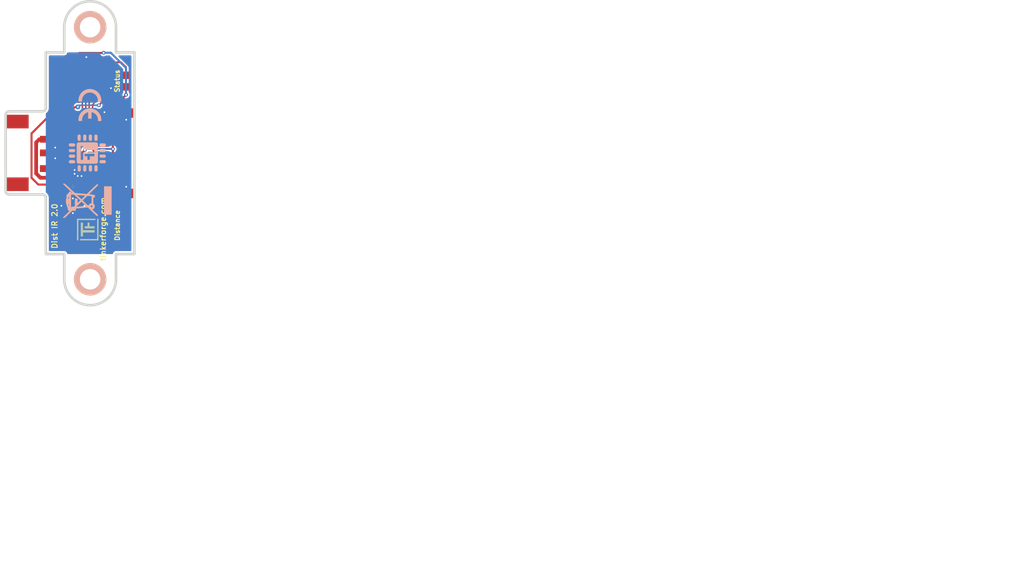
<source format=kicad_pcb>
(kicad_pcb (version 4) (host pcbnew 4.0.7-e2-6376~61~ubuntu18.04.1)
  (title_block (title "Distance IR Bricklet") (date 2018-05-14) (rev 2.0) (company "Tinkerforge GmbH") (comment 1 "Licensed under CERN OHL v.1.1") (comment 2 "Copyright (©) 2018, L.Lauer <lukas@tinkerforge.com>"))
  (layers (0 Vorderseite jumper) (31 Rückseite signal) (34 B.Paste user) (35 F.Paste user) (36 B.SilkS user) (37 F.SilkS user) (38 B.Mask user) (39 F.Mask user) (44 Edge.Cuts user))
  (net 0 "")
  (net 1 GND)
  (net 2 IN_1)
  (net 3 VCC)
  (net 4 "Net-(P1-Pad6)")
  (net 5 +5V)
  (net 6 "Net-(C3-Pad1)")
  (net 7 "Net-(D1-Pad2)")
  (net 8 "Net-(P2-Pad1)")
  (net 9 "Net-(P3-Pad2)")
  (net 10 "Net-(P4-Pad3)")
  (net 11 "Net-(R3-Pad1)")
  (net 12 "Net-(P1-Pad4)")
  (net 13 "Net-(P1-Pad5)")
  (net 14 S-MISO)
  (net 15 S-MOSI)
  (net 16 S-CLK)
  (net 17 S-CS)
  (net 18 "Net-(D2-Pad2)")
  (net 19 "Net-(R4-Pad1)")
  (module kicad-libraries:DRILL_NP (layer Vorderseite) (at 144.5 83.5)
    (fp_text reference U3 hide)
    (fp_text value DRILL hide)
    (pad "" np_thru_hole circle (at 0 0) (size 2.99974 2.99974) (drill 2.99974) (layers *.Cu *.Mask F.SilkS) (clearance 0.89916))
  )
  (module kicad-libraries:DRILL_NP (layer Vorderseite) (at 144.5 120.5)
    (fp_text reference U2 hide)
    (fp_text value DRILL hide)
    (pad "" np_thru_hole circle (at 0 0) (size 2.99974 2.99974) (drill 2.99974) (layers *.Cu *.Mask F.SilkS) (clearance 0.89916))
  )
  (module kicad-libraries:3528-21 (layer Vorderseite) (at 141.97 108.31 270)
    (fp_text reference C2)
    (fp_text value 100µF/10V)
    (pad 1 smd rect (at -1.40048 0 270) (size 1.59954 2.79908) (layers Vorderseite F.Paste F.Mask) (net 5 +5V) (clearance 0.14986))
    (pad 2 smd rect (at 1.40048 0 270) (size 1.59954 2.79908) (layers Vorderseite F.Paste F.Mask) (net 1 GND) (clearance 0.14986))
  )
  (module kicad-libraries:Fiducial_Mark (layer Vorderseite) (at 141 115.3)
    (fp_text reference Fiducial_Mark hide)
    (fp_text value VAL** hide)
    (pad 1 smd circle (at 0 0) (size 1.00076 1.00076) (layers Vorderseite F.Paste F.Mask) (clearance 0.65024))
  )
  (module kicad-libraries:Fiducial_Mark (layer Vorderseite) (at 140 88.8)
    (fp_text reference Fiducial_Mark hide)
    (fp_text value VAL** hide)
    (pad 1 smd circle (at 0 0) (size 1.00076 1.00076) (layers Vorderseite F.Paste F.Mask) (clearance 0.65024))
  )
  (module kicad-libraries:CE_5mm (layer Rückseite) (at 144.47 94.96 270)
    (fp_text reference VAL hide)
    (fp_text value CE_5mm hide)
  )
  (module kicad-libraries:WEEE_7mm (layer Rückseite) (at 144.08 108.96 270)
    (fp_text reference VAL hide)
    (fp_text value WEEE_7mm hide)
  )
  (module kicad-libraries:Logo_31x31 (layer Vorderseite) (at 142.57 114.78 90)
    (fp_text reference Ref** hide)
    (fp_text value Val** hide)
  )
  (module kicad-libraries:C0603E (layer Vorderseite) (at 143.1 88.67)
    (fp_text reference C1)
    (fp_text value 100nF)
    (pad 1 smd rect (at -0.8501 0) (size 1.1 1) (layers Vorderseite F.Paste F.Mask) (net 3 VCC))
    (pad 2 smd rect (at 0.8501 0) (size 1.1 1) (layers Vorderseite F.Paste F.Mask) (net 1 GND))
  )
  (module C0402E (layer Vorderseite) (at 145.87 96.63 90)
    (fp_text reference C3)
    (fp_text value 220pF)
    (pad 1 smd rect (at -0.65 0 90) (size 0.7 0.9) (layers Vorderseite F.Paste F.Mask) (net 6 "Net-(C3-Pad1)"))
    (pad 2 smd rect (at 0.65 0 90) (size 0.7 0.9) (layers Vorderseite F.Paste F.Mask) (net 1 GND))
  )
  (module C0805 (layer Vorderseite) (at 144.43 103.86 270)
    (fp_text reference C4)
    (fp_text value 10uF)
    (pad 1 smd rect (at -1.00076 0 270) (size 1.00076 1.24968) (layers Vorderseite F.Paste F.Mask) (net 3 VCC) (clearance 0.14986))
    (pad 2 smd rect (at 1.00076 0 270) (size 1.00076 1.24968) (layers Vorderseite F.Paste F.Mask) (net 1 GND) (clearance 0.14986))
  )
  (module C0603F (layer Vorderseite) (at 142.95 103.86 270)
    (fp_text reference C5)
    (fp_text value 1uF)
    (pad 1 smd rect (at -0.75 0 270) (size 0.9 0.9) (layers Vorderseite F.Paste F.Mask) (net 3 VCC))
    (pad 2 smd rect (at 0.75 0 270) (size 0.9 0.9) (layers Vorderseite F.Paste F.Mask) (net 1 GND))
  )
  (module D0603E (layer Vorderseite) (at 149.77 91.41 90)
    (fp_text reference D1)
    (fp_text value blue)
    (pad 1 smd rect (at -0.8501 0 90) (size 1.1 1) (layers Vorderseite F.Paste F.Mask) (net 3 VCC))
    (pad 2 smd rect (at 0.8501 0 90) (size 1.1 1) (layers Vorderseite F.Paste F.Mask) (net 7 "Net-(D1-Pad2)"))
  )
  (module kicad-libraries:DEBUG_PAD (layer Vorderseite) (at 139 90.9)
    (fp_text reference P2)
    (fp_text value DEBUG)
    (pad 1 smd circle (at 0 0) (size 0.7 0.7) (layers Vorderseite F.Paste F.Mask) (net 8 "Net-(P2-Pad1)"))
  )
  (module kicad-libraries:SolderJumper (layer Vorderseite) (at 147.05 91.36 180)
    (fp_text reference P3)
    (fp_text value BOOT)
    (pad 2 smd rect (at 0.55 0 180) (size 0.3 1.4) (layers Vorderseite F.Mask) (net 9 "Net-(P3-Pad2)"))
    (pad 2 smd rect (at 0.15 0 180) (size 0.6 0.5) (layers Vorderseite F.Mask) (net 9 "Net-(P3-Pad2)"))
    (pad 1 smd rect (at -0.5 0 180) (size 0.4 1.4) (layers Vorderseite F.Mask) (net 1 GND))
    (pad 1 smd rect (at -0.225 0.55 180) (size 0.95 0.3) (layers Vorderseite F.Mask) (net 1 GND))
    (pad 1 smd rect (at -0.225 -0.55 180) (size 0.95 0.3) (layers Vorderseite F.Mask) (net 1 GND))
  )
  (module kicad-libraries:R0603F (layer Vorderseite) (at 141.5 97.1 90)
    (fp_text reference R2)
    (fp_text value 1k)
    (pad 1 smd rect (at -0.75 0 90) (size 0.9 0.9) (layers Vorderseite F.Paste F.Mask) (net 10 "Net-(P4-Pad3)"))
    (pad 2 smd rect (at 0.75 0 90) (size 0.9 0.9) (layers Vorderseite F.Paste F.Mask) (net 2 IN_1))
  )
  (module R0603F (layer Vorderseite) (at 146.58 88.66)
    (fp_text reference R3)
    (fp_text value 1k)
    (pad 1 smd rect (at -0.75 0) (size 0.9 0.9) (layers Vorderseite F.Paste F.Mask) (net 11 "Net-(R3-Pad1)"))
    (pad 2 smd rect (at 0.75 0) (size 0.9 0.9) (layers Vorderseite F.Paste F.Mask) (net 7 "Net-(D1-Pad2)"))
  )
  (module 4X0402 (layer Vorderseite) (at 144.11 96.68)
    (fp_text reference RP1)
    (fp_text value 82)
    (pad 1 smd rect (at -0.7493 0.575 180) (size 0.29972 0.65) (layers Vorderseite F.Paste F.Mask) (net 12 "Net-(P1-Pad4)"))
    (pad 2 smd rect (at -0.24892 0.575 180) (size 0.29972 0.65) (layers Vorderseite F.Paste F.Mask) (net 13 "Net-(P1-Pad5)"))
    (pad 3 smd rect (at 0.24892 0.575 180) (size 0.29972 0.65) (layers Vorderseite F.Paste F.Mask) (net 4 "Net-(P1-Pad6)"))
    (pad 4 smd rect (at 0.7493 0.575 180) (size 0.29972 0.65) (layers Vorderseite F.Paste F.Mask) (net 6 "Net-(C3-Pad1)"))
    (pad 5 smd rect (at 0.7493 -0.575) (size 0.29972 0.65) (layers Vorderseite F.Paste F.Mask) (net 14 S-MISO))
    (pad 6 smd rect (at 0.24892 -0.575) (size 0.29972 0.65) (layers Vorderseite F.Paste F.Mask) (net 15 S-MOSI))
    (pad 7 smd rect (at -0.24892 -0.575) (size 0.29972 0.65) (layers Vorderseite F.Paste F.Mask) (net 16 S-CLK))
    (pad 8 smd rect (at -0.7493 -0.575) (size 0.29972 0.65) (layers Vorderseite F.Paste F.Mask) (net 17 S-CS))
  )
  (module kicad-libraries:CON-SENSOR2 (layer Vorderseite) (at 151 102 90)
    (fp_text reference P1)
    (fp_text value CON-SENSOR2)
    (pad 1 smd rect (at -3.75 -4.6 90) (size 0.6 1.8) (layers Vorderseite F.Paste F.Mask) (net 5 +5V))
    (pad 2 smd rect (at -2.5 -4.6 90) (size 0.6 1.8) (layers Vorderseite F.Paste F.Mask) (net 1 GND))
    (pad EP smd rect (at -5.9 -1.2 90) (size 1.4 2.4) (layers Vorderseite F.Paste F.Mask) (net 1 GND))
    (pad EP smd rect (at 5.9 -1.2 90) (size 1.4 2.4) (layers Vorderseite F.Paste F.Mask) (net 1 GND))
    (pad 3 smd rect (at -1.25 -4.6 90) (size 0.6 1.8) (layers Vorderseite F.Paste F.Mask) (net 3 VCC))
    (pad 4 smd rect (at 0 -4.6 90) (size 0.6 1.8) (layers Vorderseite F.Paste F.Mask) (net 12 "Net-(P1-Pad4)"))
    (pad 5 smd rect (at 1.25 -4.6 90) (size 0.6 1.8) (layers Vorderseite F.Paste F.Mask) (net 13 "Net-(P1-Pad5)"))
    (pad 6 smd rect (at 2.5 -4.6 90) (size 0.6 1.8) (layers Vorderseite F.Paste F.Mask) (net 4 "Net-(P1-Pad6)"))
    (pad 7 smd rect (at 3.75 -4.6 90) (size 0.6 1.8) (layers Vorderseite F.Paste F.Mask) (net 6 "Net-(C3-Pad1)"))
  )
  (module kicad-libraries:QFN24-4x4mm-0.5mm (layer Vorderseite) (at 143.1 92.12 180)
    (fp_text reference U4)
    (fp_text value XMC13XX24)
    (pad 1 smd oval (at -2.025 -1.25 180) (size 1 0.3) (layers Vorderseite F.Paste F.Mask) (net 14 S-MISO))
    (pad 2 smd oval (at -2.025 -0.75 180) (size 1 0.3) (layers Vorderseite F.Paste F.Mask) (net 2 IN_1))
    (pad 3 smd oval (at -2.025 -0.25 180) (size 1 0.3) (layers Vorderseite F.Paste F.Mask))
    (pad 4 smd oval (at -2.025 0.25 180) (size 1 0.3) (layers Vorderseite F.Paste F.Mask) (net 9 "Net-(P3-Pad2)"))
    (pad 5 smd oval (at -2.025 0.75 180) (size 1 0.3) (layers Vorderseite F.Paste F.Mask))
    (pad 6 smd oval (at -2.025 1.25 180) (size 1 0.3) (layers Vorderseite F.Paste F.Mask))
    (pad 7 smd oval (at -1.25 2.025 270) (size 1 0.3) (layers Vorderseite F.Paste F.Mask) (net 11 "Net-(R3-Pad1)"))
    (pad 8 smd oval (at -0.75 2.025 270) (size 1 0.3) (layers Vorderseite F.Paste F.Mask))
    (pad 9 smd oval (at -0.25 2.025 270) (size 1 0.3) (layers Vorderseite F.Paste F.Mask) (net 1 GND))
    (pad 10 smd oval (at 0.25 2.025 270) (size 1 0.3) (layers Vorderseite F.Paste F.Mask) (net 3 VCC))
    (pad 11 smd oval (at 0.75 2.025 270) (size 1 0.3) (layers Vorderseite F.Paste F.Mask))
    (pad 12 smd oval (at 1.25 2.025 270) (size 1 0.3) (layers Vorderseite F.Paste F.Mask))
    (pad 13 smd oval (at 2.025 1.25 180) (size 1 0.3) (layers Vorderseite F.Paste F.Mask) (net 8 "Net-(P2-Pad1)"))
    (pad 14 smd oval (at 2.025 0.75 180) (size 1 0.3) (layers Vorderseite F.Paste F.Mask) (net 19 "Net-(R4-Pad1)"))
    (pad 15 smd oval (at 2.025 0.25 180) (size 1 0.3) (layers Vorderseite F.Paste F.Mask))
    (pad 16 smd oval (at 2.025 -0.25 180) (size 1 0.3) (layers Vorderseite F.Paste F.Mask))
    (pad 17 smd oval (at 2.025 -0.75 180) (size 1 0.3) (layers Vorderseite F.Paste F.Mask))
    (pad 18 smd oval (at 2.025 -1.25 180) (size 1 0.3) (layers Vorderseite F.Paste F.Mask))
    (pad 19 smd oval (at 1.25 -2.025 270) (size 1 0.3) (layers Vorderseite F.Paste F.Mask))
    (pad 20 smd oval (at 0.75 -2.025 270) (size 1 0.3) (layers Vorderseite F.Paste F.Mask))
    (pad 21 smd oval (at 0.25 -2.025 270) (size 1 0.3) (layers Vorderseite F.Paste F.Mask))
    (pad 22 smd oval (at -0.25 -2.025 270) (size 1 0.3) (layers Vorderseite F.Paste F.Mask) (net 17 S-CS))
    (pad 23 smd oval (at -0.75 -2.025 270) (size 1 0.3) (layers Vorderseite F.Paste F.Mask) (net 16 S-CLK))
    (pad 24 smd oval (at -1.25 -2.025 270) (size 1 0.3) (layers Vorderseite F.Paste F.Mask) (net 15 S-MOSI))
    (pad EXP smd rect (at 0.65 0.65 180) (size 1.3 1.3) (layers Vorderseite F.Paste F.Mask) (net 1 GND))
    (pad EXP smd rect (at 0.65 -0.65 180) (size 1.3 1.3) (layers Vorderseite F.Paste F.Mask) (net 1 GND))
    (pad EXP smd rect (at -0.65 0.65 180) (size 1.3 1.3) (layers Vorderseite F.Paste F.Mask) (net 1 GND))
    (pad EXP smd rect (at -0.65 -0.65 180) (size 1.3 1.3) (layers Vorderseite F.Paste F.Mask) (net 1 GND))
  )
  (module kicad-libraries:S3B-PH-SM4 (layer Vorderseite) (at 132.08 101.95 90)
    (fp_text reference P4)
    (fp_text value S3B-PH-SM4)
    (pad "" smd rect (at -4.6 1.7 90) (size 2 3.4) (layers Vorderseite F.Paste F.Mask))
    (pad "" smd rect (at 4.6 1.7 90) (size 2 3.4) (layers Vorderseite F.Paste F.Mask))
    (pad 3 smd rect (at -2.3 7.3 90) (size 1 4.5) (layers Vorderseite F.Paste F.Mask) (net 10 "Net-(P4-Pad3)"))
    (pad 2 smd rect (at 0 7.3 90) (size 1 4.5) (layers Vorderseite F.Paste F.Mask) (net 1 GND))
    (pad 1 smd rect (at 2 7.3 90) (size 1 4.5) (layers Vorderseite F.Paste F.Mask) (net 5 +5V))
  )
  (module kicad-libraries:Logo_CoMCU (layer Rückseite) (at 144.09 101.97 270)
    (fp_text reference G*** hide)
    (fp_text value LOGO hide)
  )
  (module kicad-libraries:D0603E (layer Vorderseite) (at 149.8 112.6 270)
    (fp_text reference D2)
    (fp_text value green)
    (pad 1 smd rect (at -0.8501 0 270) (size 1.1 1) (layers Vorderseite F.Paste F.Mask) (net 3 VCC))
    (pad 2 smd rect (at 0.8501 0 270) (size 1.1 1) (layers Vorderseite F.Paste F.Mask) (net 18 "Net-(D2-Pad2)"))
  )
  (module kicad-libraries:R0603F (layer Vorderseite) (at 139.4 94.1 270)
    (fp_text reference R4)
    (fp_text value 1k)
    (pad 1 smd rect (at -0.75 0 270) (size 0.9 0.9) (layers Vorderseite F.Paste F.Mask) (net 19 "Net-(R4-Pad1)"))
    (pad 2 smd rect (at 0.75 0 270) (size 0.9 0.9) (layers Vorderseite F.Paste F.Mask) (net 18 "Net-(D2-Pad2)"))
  )
  (module kicad-libraries:Fiducial_Mark (layer Vorderseite) (at 149.5 104.8)
    (fp_text reference Fiducial_Mark hide)
    (fp_text value VAL** hide)
    (pad 1 smd circle (at 0 0) (size 1.00076 1.00076) (layers Vorderseite F.Paste F.Mask) (clearance 0.65024))
  )
  (gr_text Distance (at 148.5 112.6 90) (layer F.SilkS) (effects (font (size 0.7 0.7) (thickness 0.14986))))
  (gr_text Status (at 148.48 91.41 90) (layer F.SilkS) (effects (font (size 0.7 0.7) (thickness 0.14986))))
  (gr_line (start 138 116.8) (end 138 108.55) (angle 90) (layer Edge.Cuts) (width 0.381))
  (gr_arc (start 137.5 108.55) (end 137.5 108.05) (angle 90) (layer Edge.Cuts) (width 0.381))
  (gr_line (start 137.5 108.05) (end 132.6 108.05) (angle 90) (layer Edge.Cuts) (width 0.381))
  (gr_line (start 137.45 95.85) (end 132.6 95.85) (angle 90) (layer Edge.Cuts) (width 0.381))
  (gr_arc (start 137.5 95.35) (end 138 95.4) (angle 90) (layer Edge.Cuts) (width 0.381))
  (gr_line (start 140.7 120.5) (end 140.7 116.8) (angle 90) (layer Edge.Cuts) (width 0.381))
  (gr_line (start 138 87.2) (end 138 95.4) (angle 90) (layer Edge.Cuts) (width 0.381))
  (gr_line (start 140.7 87.2) (end 138 87.2) (angle 90) (layer Edge.Cuts) (width 0.381))
  (gr_line (start 140.7 83.5) (end 140.7 87.2) (angle 90) (layer Edge.Cuts) (width 0.381))
  (gr_line (start 148.3 87.2) (end 148.3 83.5) (angle 90) (layer Edge.Cuts) (width 0.381))
  (gr_line (start 151 87.2) (end 148.3 87.2) (angle 90) (layer Edge.Cuts) (width 0.381))
  (gr_line (start 151 116.8) (end 151 87.2) (angle 90) (layer Edge.Cuts) (width 0.381))
  (gr_line (start 148.3 116.8) (end 151 116.8) (angle 90) (layer Edge.Cuts) (width 0.381))
  (gr_line (start 148.3 120.5) (end 148.3 116.8) (angle 90) (layer Edge.Cuts) (width 0.381))
  (gr_arc (start 144.5 120.5) (end 144.5 124.3) (angle 90) (layer Edge.Cuts) (width 0.381))
  (gr_arc (start 144.5 120.5) (end 148.3 120.5) (angle 90) (layer Edge.Cuts) (width 0.381))
  (gr_arc (start 144.5 83.5) (end 144.5 79.7) (angle 90) (layer Edge.Cuts) (width 0.381))
  (gr_arc (start 144.5 83.5) (end 140.7 83.5) (angle 90) (layer Edge.Cuts) (width 0.381))
  (gr_line (start 138 116.8) (end 140.7 116.8) (angle 90) (layer Edge.Cuts) (width 0.381))
  (gr_arc (start 132.6 96.35) (end 132.1 96.35) (angle 90) (layer Edge.Cuts) (width 0.381))
  (gr_arc (start 132.6 107.55) (end 132.6 108.05) (angle 90) (layer Edge.Cuts) (width 0.381))
  (gr_line (start 132.1 96.35) (end 132.1 107.55) (angle 90) (layer Edge.Cuts) (width 0.381))
  (gr_text tinkerforge.com (at 146.41 113.14 90) (layer F.SilkS) (effects (font (size 0.8001 0.8001) (thickness 0.14986))))
  (gr_text "Dist IR 2.0" (at 139.3 112.7 90) (layer F.SilkS) (effects (font (size 0.8 0.8) (thickness 0.14986))))
  (segment (start 147.55 91.36) (end 147.55 90.94) (width 0.29972) (layer Vorderseite) (net 1))
  (segment (start 147.55 90.94) (end 147.42 90.81) (width 0.29972) (layer Vorderseite) (net 1))
  (segment (start 147.42 90.81) (end 147.23 90.81) (width 0.29972) (layer Vorderseite) (net 1))
  (segment (start 147.23 90.81) (end 147.275 90.81) (width 0.29972) (layer Vorderseite) (net 1))
  (segment (start 147.275 91.91) (end 147.43 91.91) (width 0.29972) (layer Vorderseite) (net 1))
  (segment (start 147.43 91.91) (end 147.56 91.78) (width 0.29972) (layer Vorderseite) (net 1))
  (segment (start 147.56 91.78) (end 147.56 91.41) (width 0.29972) (layer Vorderseite) (net 1))
  (segment (start 147.56 91.41) (end 147.55 91.36) (width 0.29972) (layer Vorderseite) (net 1))
  (segment (start 147.55 91.36) (end 147.55 92.45) (width 0.29972) (layer Vorderseite) (net 1))
  (via (at 147.55 92.45) (size 0.55) (drill 0.25) (layers Vorderseite Rückseite) (net 1))
  (segment (start 145.87 95.98) (end 146.6 95.98) (width 0.55) (layer Vorderseite) (net 1))
  (via (at 146.6 95.98) (size 0.55) (drill 0.25) (layers Vorderseite Rückseite) (net 1))
  (segment (start 139.38 101.95) (end 139.38 101.17) (width 0.55) (layer Vorderseite) (net 1))
  (via (at 139.38 101.17) (size 0.55) (drill 0.25) (layers Vorderseite Rückseite) (net 1))
  (segment (start 139.38 101.95) (end 139.38 102.74) (width 0.55) (layer Vorderseite) (net 1))
  (via (at 139.38 102.74) (size 0.55) (drill 0.25) (layers Vorderseite Rückseite) (net 1))
  (segment (start 141.97 109.71048) (end 141.97 110.79) (width 0.55) (layer Vorderseite) (net 1))
  (via (at 141.97 110.79) (size 0.55) (drill 0.25) (layers Vorderseite Rückseite) (net 1))
  (segment (start 141.97 109.71048) (end 140.29048 109.71048) (width 0.55) (layer Vorderseite) (net 1))
  (via (at 140.29 109.71) (size 0.55) (drill 0.25) (layers Vorderseite Rückseite) (net 1))
  (segment (start 140.29048 109.71048) (end 140.29 109.71) (width 0.55) (layer Vorderseite) (net 1))
  (segment (start 141.97 109.71048) (end 143.64952 109.71048) (width 0.55) (layer Vorderseite) (net 1))
  (via (at 143.65 109.71) (size 0.55) (drill 0.25) (layers Vorderseite Rückseite) (net 1))
  (segment (start 143.64952 109.71048) (end 143.65 109.71) (width 0.55) (layer Vorderseite) (net 1))
  (segment (start 141.97 109.71048) (end 141.97 108.63) (width 0.55) (layer Vorderseite) (net 1))
  (via (at 141.97 108.63) (size 0.55) (drill 0.25) (layers Vorderseite Rückseite) (net 1))
  (segment (start 142.68 105.34) (end 142.54 105.34) (width 0.55) (layer Vorderseite) (net 1))
  (via (at 142.22 105.02) (size 0.55) (drill 0.25) (layers Vorderseite Rückseite) (net 1))
  (segment (start 142.63 104.61) (end 142.22 105.02) (width 0.55) (layer Vorderseite) (net 1))
  (segment (start 142.22 104.46) (end 142.22 105.02) (width 0.55) (layer Vorderseite) (net 1))
  (via (at 142.22 104.46) (size 0.55) (drill 0.25) (layers Vorderseite Rückseite) (net 1))
  (via (at 142.68 105.34) (size 0.55) (drill 0.25) (layers Vorderseite Rückseite) (net 1))
  (segment (start 142.54 105.34) (end 142.22 105.02) (width 0.55) (layer Vorderseite) (net 1))
  (segment (start 143.24 105.35) (end 142.69 105.35) (width 0.55) (layer Vorderseite) (net 1))
  (via (at 143.24 105.35) (size 0.55) (drill 0.25) (layers Vorderseite Rückseite) (net 1))
  (segment (start 142.95 105.06) (end 143.24 105.35) (width 0.55) (layer Vorderseite) (net 1))
  (segment (start 142.95 105.07) (end 142.68 105.34) (width 0.55) (layer Vorderseite) (net 1))
  (segment (start 142.95 105.07) (end 142.95 104.61) (width 0.55) (layer Vorderseite) (net 1))
  (segment (start 142.69 105.35) (end 142.68 105.34) (width 0.55) (layer Vorderseite) (net 1))
  (segment (start 142.22 104.46) (end 142.8 104.46) (width 0.55) (layer Vorderseite) (net 1))
  (segment (start 142.37 104.61) (end 142.95 104.61) (width 0.55) (layer Vorderseite) (net 1))
  (segment (start 142.37 104.61) (end 142.22 104.46) (width 0.55) (layer Vorderseite) (net 1))
  (segment (start 142.8 104.46) (end 142.95 104.61) (width 0.55) (layer Vorderseite) (net 1))
  (segment (start 146.4 104.5) (end 145.41 104.5) (width 0.55) (layer Vorderseite) (net 1))
  (segment (start 145.41 104.5) (end 145.04924 104.86076) (width 0.55) (layer Vorderseite) (net 1))
  (segment (start 145.04924 104.86076) (end 144.43 104.86076) (width 0.55) (layer Vorderseite) (net 1))
  (segment (start 144.43 104.86076) (end 143.80076 104.86076) (width 0.55) (layer Vorderseite) (net 1))
  (segment (start 143.55 104.61) (end 142.95 104.61) (width 0.55) (layer Vorderseite) (net 1))
  (segment (start 143.80076 104.86076) (end 143.55 104.61) (width 0.55) (layer Vorderseite) (net 1))
  (segment (start 149.8 107.9) (end 149.8 106.92) (width 0.55) (layer Vorderseite) (net 1))
  (via (at 149.8 106.92) (size 0.55) (drill 0.25) (layers Vorderseite Rückseite) (net 1))
  (segment (start 149.8 96.1) (end 149.8 97.08) (width 0.55) (layer Vorderseite) (net 1))
  (via (at 149.8 97.08) (size 0.55) (drill 0.25) (layers Vorderseite Rückseite) (net 1))
  (segment (start 143.9501 88.67) (end 143.9501 87.8901) (width 0.55) (layer Vorderseite) (net 1))
  (via (at 143.95 87.89) (size 0.55) (drill 0.25) (layers Vorderseite Rückseite) (net 1))
  (segment (start 143.9501 87.8901) (end 143.95 87.89) (width 0.55) (layer Vorderseite) (net 1))
  (segment (start 143.75 91.47) (end 142.45 91.47) (width 0.2) (layer Vorderseite) (net 1))
  (segment (start 142.45 91.47) (end 142.45 92.77) (width 0.2) (layer Vorderseite) (net 1))
  (segment (start 142.45 92.77) (end 143.75 92.77) (width 0.2) (layer Vorderseite) (net 1))
  (segment (start 143.75 92.77) (end 143.75 91.47) (width 0.2) (layer Vorderseite) (net 1))
  (segment (start 143.35 90.095) (end 143.35 91.07) (width 0.2) (layer Vorderseite) (net 1))
  (segment (start 143.35 91.07) (end 143.75 91.47) (width 0.2) (layer Vorderseite) (net 1))
  (segment (start 143.35 90.095) (end 143.35 89.56) (width 0.2) (layer Vorderseite) (net 1))
  (segment (start 143.35 89.56) (end 143.9501 88.9599) (width 0.2) (layer Vorderseite) (net 1))
  (segment (start 143.9501 88.9599) (end 143.9501 88.67) (width 0.2) (layer Vorderseite) (net 1))
  (segment (start 141.5 96.35) (end 141.5 96) (width 0.25) (layer Vorderseite) (net 2))
  (segment (start 141.5 96) (end 142.3 95.2) (width 0.25) (layer Vorderseite) (net 2))
  (segment (start 142.3 95.2) (end 142.7 95.2) (width 0.25) (layer Vorderseite) (net 2))
  (segment (start 145.78 94.96) (end 142.94 94.96) (width 0.25) (layer Rückseite) (net 2))
  (via (at 145.78 94.96) (size 0.55) (drill 0.25) (layers Vorderseite Rückseite) (net 2))
  (segment (start 145.78 94.96) (end 146.35 94.39) (width 0.25) (layer Vorderseite) (net 2))
  (segment (start 146.35 94.39) (end 146.35 93.24) (width 0.25) (layer Vorderseite) (net 2))
  (segment (start 146.35 93.24) (end 145.98 92.87) (width 0.25) (layer Vorderseite) (net 2))
  (segment (start 145.125 92.87) (end 145.98 92.87) (width 0.25) (layer Vorderseite) (net 2))
  (via (at 142.7 95.2) (size 0.70104) (drill 0.24892) (layers Vorderseite Rückseite) (net 2))
  (segment (start 142.94 94.96) (end 142.7 95.2) (width 0.25) (layer Rückseite) (net 2))
  (segment (start 149.8 111.7499) (end 149.8 110.7) (width 0.29972) (layer Vorderseite) (net 3))
  (segment (start 147.84 108.74) (end 147.84 101.37) (width 0.29972) (layer Vorderseite) (net 3))
  (segment (start 149.8 110.7) (end 147.84 108.74) (width 0.29972) (layer Vorderseite) (net 3))
  (via (at 149.77 93.42) (size 0.55) (drill 0.25) (layers Vorderseite Rückseite) (net 3))
  (segment (start 142.2499 88.67) (end 142.2499 87.9301) (width 0.29972) (layer Vorderseite) (net 3))
  (segment (start 142.9 87.28) (end 142.2499 87.9301) (width 0.29972) (layer Vorderseite) (net 3))
  (segment (start 146.45 87.28) (end 142.9 87.28) (width 0.29972) (layer Vorderseite) (net 3))
  (segment (start 146.48 87.25) (end 146.45 87.28) (width 0.29972) (layer Vorderseite) (net 3))
  (via (at 146.48 87.25) (size 0.55) (drill 0.25) (layers Vorderseite Rückseite) (net 3))
  (segment (start 147.53 87.25) (end 146.48 87.25) (width 0.29972) (layer Rückseite) (net 3))
  (segment (start 149.76 89.48) (end 147.53 87.25) (width 0.29972) (layer Rückseite) (net 3))
  (segment (start 149.76 93.41) (end 149.76 89.48) (width 0.29972) (layer Rückseite) (net 3))
  (segment (start 149.76 93.41) (end 149.77 93.42) (width 0.29972) (layer Rückseite) (net 3))
  (segment (start 142.95 103.11) (end 142.95 102.3) (width 0.29972) (layer Vorderseite) (net 3))
  (segment (start 142.95 102.3) (end 143.72 101.53) (width 0.29972) (layer Vorderseite) (net 3))
  (via (at 143.72 101.53) (size 0.55) (drill 0.25) (layers Vorderseite Rückseite) (net 3))
  (segment (start 143.72 101.53) (end 143.88 101.37) (width 0.29972) (layer Rückseite) (net 3))
  (segment (start 143.88 101.37) (end 147.84 101.37) (width 0.29972) (layer Rückseite) (net 3))
  (via (at 147.84 101.37) (size 0.55) (drill 0.25) (layers Vorderseite Rückseite) (net 3))
  (segment (start 147.84 101.37) (end 147.83 101.36) (width 0.29972) (layer Vorderseite) (net 3))
  (segment (start 147.83 101.36) (end 147.83 95.36) (width 0.29972) (layer Vorderseite) (net 3))
  (segment (start 147.83 95.36) (end 149.77 93.42) (width 0.29972) (layer Vorderseite) (net 3))
  (segment (start 149.77 93.42) (end 149.77 92.2601) (width 0.29972) (layer Vorderseite) (net 3))
  (segment (start 146.4 103.25) (end 145.38 103.25) (width 0.55) (layer Vorderseite) (net 3))
  (segment (start 145.38 103.25) (end 144.98924 102.85924) (width 0.55) (layer Vorderseite) (net 3))
  (segment (start 144.98924 102.85924) (end 144.43 102.85924) (width 0.55) (layer Vorderseite) (net 3))
  (segment (start 144.43 102.85924) (end 143.84076 102.85924) (width 0.55) (layer Vorderseite) (net 3))
  (segment (start 143.84076 102.85924) (end 143.59 103.11) (width 0.55) (layer Vorderseite) (net 3))
  (segment (start 143.59 103.11) (end 142.95 103.11) (width 0.55) (layer Vorderseite) (net 3))
  (segment (start 142.85 90.095) (end 142.85 89.6) (width 0.2) (layer Vorderseite) (net 3))
  (segment (start 142.85 89.6) (end 142.2499 88.9999) (width 0.2) (layer Vorderseite) (net 3))
  (segment (start 142.2499 88.9999) (end 142.2499 88.67) (width 0.2) (layer Vorderseite) (net 3))
  (segment (start 146.4 99.5) (end 145.22 99.5) (width 0.2) (layer Vorderseite) (net 4))
  (segment (start 144.35892 98.63892) (end 144.35892 97.255) (width 0.2) (layer Vorderseite) (net 4))
  (segment (start 145.22 99.5) (end 144.35892 98.63892) (width 0.2) (layer Vorderseite) (net 4))
  (segment (start 141.97 106.90952) (end 140.60952 106.90952) (width 0.55) (layer Vorderseite) (net 5))
  (segment (start 140.60952 106.90952) (end 139.3 105.6) (width 0.55) (layer Vorderseite) (net 5))
  (segment (start 139.3 105.6) (end 137.21 105.6) (width 0.55) (layer Vorderseite) (net 5))
  (segment (start 137.05 99.95) (end 139.38 99.95) (width 0.55) (layer Vorderseite) (net 5))
  (segment (start 136.58 100.42) (end 137.05 99.95) (width 0.55) (layer Vorderseite) (net 5))
  (segment (start 136.58 104.97) (end 136.58 100.42) (width 0.55) (layer Vorderseite) (net 5))
  (segment (start 137.21 105.6) (end 136.58 104.97) (width 0.55) (layer Vorderseite) (net 5))
  (segment (start 146.4 105.75) (end 145.34 105.75) (width 0.55) (layer Vorderseite) (net 5))
  (segment (start 144.18048 106.90952) (end 141.97 106.90952) (width 0.55) (layer Vorderseite) (net 5))
  (segment (start 145.34 105.75) (end 144.18048 106.90952) (width 0.55) (layer Vorderseite) (net 5))
  (segment (start 140.1 99.95) (end 140.15 99.95) (width 0.29972) (layer Vorderseite) (net 5))
  (segment (start 144.8593 97.255) (end 145.845 97.255) (width 0.2) (layer Vorderseite) (net 6))
  (segment (start 145.845 97.255) (end 145.87 97.28) (width 0.2) (layer Vorderseite) (net 6))
  (segment (start 146.4 98.25) (end 146.17 98.25) (width 0.2) (layer Vorderseite) (net 6))
  (segment (start 146.17 98.25) (end 145.87 97.95) (width 0.2) (layer Vorderseite) (net 6))
  (segment (start 145.87 97.95) (end 145.87 97.28) (width 0.2) (layer Vorderseite) (net 6))
  (segment (start 147.33 88.66) (end 149.06 88.66) (width 0.25) (layer Vorderseite) (net 7))
  (segment (start 149.77 89.37) (end 149.77 90.5599) (width 0.25) (layer Vorderseite) (net 7))
  (segment (start 149.06 88.66) (end 149.77 89.37) (width 0.25) (layer Vorderseite) (net 7))
  (segment (start 141.075 90.87) (end 139.03 90.87) (width 0.2) (layer Vorderseite) (net 8))
  (segment (start 139.03 90.87) (end 139 90.9) (width 0.2) (layer Vorderseite) (net 8))
  (segment (start 145.125 91.87) (end 145.78 91.87) (width 0.25) (layer Vorderseite) (net 9))
  (segment (start 146.29 91.36) (end 146.5 91.36) (width 0.25) (layer Vorderseite) (net 9))
  (segment (start 145.78 91.87) (end 146.29 91.36) (width 0.25) (layer Vorderseite) (net 9))
  (segment (start 146.5 91.36) (end 146.9 91.36) (width 0.25) (layer Vorderseite) (net 9))
  (segment (start 141.99 103.86) (end 141.99 98.79) (width 0.25) (layer Vorderseite) (net 10))
  (segment (start 141.99 98.79) (end 141.5 98.3) (width 0.25) (layer Vorderseite) (net 10))
  (segment (start 141.5 98.3) (end 141.5 97.85) (width 0.25) (layer Vorderseite) (net 10))
  (segment (start 139.38 104.25) (end 141.6 104.25) (width 0.25) (layer Vorderseite) (net 10))
  (segment (start 141.6 104.25) (end 141.99 103.86) (width 0.25) (layer Vorderseite) (net 10))
  (segment (start 144.35 90.095) (end 145.275 90.095) (width 0.25) (layer Vorderseite) (net 11))
  (segment (start 145.83 89.54) (end 145.83 88.66) (width 0.25) (layer Vorderseite) (net 11))
  (segment (start 145.275 90.095) (end 145.83 89.54) (width 0.25) (layer Vorderseite) (net 11))
  (segment (start 146.4 102) (end 145.35 102) (width 0.2) (layer Vorderseite) (net 12))
  (segment (start 143.3607 100.0107) (end 143.3607 97.255) (width 0.2) (layer Vorderseite) (net 12))
  (segment (start 145.35 102) (end 143.3607 100.0107) (width 0.2) (layer Vorderseite) (net 12))
  (segment (start 146.4 100.75) (end 145.34 100.75) (width 0.2) (layer Vorderseite) (net 13))
  (segment (start 143.86108 99.27108) (end 143.86108 97.255) (width 0.2) (layer Vorderseite) (net 13))
  (segment (start 145.34 100.75) (end 143.86108 99.27108) (width 0.2) (layer Vorderseite) (net 13))
  (segment (start 144.8593 96.105) (end 144.8593 94.8707) (width 0.2) (layer Vorderseite) (net 14))
  (segment (start 145.76 93.37) (end 145.125 93.37) (width 0.2) (layer Vorderseite) (net 14))
  (segment (start 145.93 93.54) (end 145.76 93.37) (width 0.2) (layer Vorderseite) (net 14))
  (segment (start 145.93 93.8) (end 145.93 93.54) (width 0.2) (layer Vorderseite) (net 14))
  (segment (start 144.8593 94.8707) (end 145.93 93.8) (width 0.2) (layer Vorderseite) (net 14))
  (segment (start 144.35892 96.105) (end 144.35892 94.15392) (width 0.2) (layer Vorderseite) (net 15))
  (segment (start 144.35892 94.15392) (end 144.35 94.145) (width 0.2) (layer Vorderseite) (net 15))
  (segment (start 143.86108 96.105) (end 143.86108 94.15608) (width 0.2) (layer Vorderseite) (net 16))
  (segment (start 143.86108 94.15608) (end 143.85 94.145) (width 0.2) (layer Vorderseite) (net 16))
  (segment (start 143.3607 96.105) (end 143.3607 94.1557) (width 0.2) (layer Vorderseite) (net 17))
  (segment (start 143.3607 94.1557) (end 143.35 94.145) (width 0.2) (layer Vorderseite) (net 17))
  (segment (start 149.8 113.4501) (end 141.3501 113.4501) (width 0.29972) (layer Vorderseite) (net 18))
  (segment (start 139.4 95.6) (end 139.4 94.85) (width 0.29972) (layer Vorderseite) (net 18))
  (segment (start 135.9 99.1) (end 139.4 95.6) (width 0.29972) (layer Vorderseite) (net 18))
  (segment (start 135.9 105.6) (end 135.9 99.1) (width 0.29972) (layer Vorderseite) (net 18))
  (segment (start 136.9 106.6) (end 135.9 105.6) (width 0.29972) (layer Vorderseite) (net 18))
  (segment (start 138.1 106.6) (end 136.9 106.6) (width 0.29972) (layer Vorderseite) (net 18))
  (segment (start 139.5 108) (end 138.1 106.6) (width 0.29972) (layer Vorderseite) (net 18))
  (segment (start 139.5 111.6) (end 139.5 108) (width 0.29972) (layer Vorderseite) (net 18))
  (segment (start 141.3501 113.4501) (end 139.5 111.6) (width 0.29972) (layer Vorderseite) (net 18))
  (segment (start 139.4 93.35) (end 139.4 92) (width 0.29972) (layer Vorderseite) (net 19))
  (segment (start 140.03 91.37) (end 141.075 91.37) (width 0.29972) (layer Vorderseite) (net 19))
  (segment (start 139.4 92) (end 140.03 91.37) (width 0.29972) (layer Vorderseite) (net 19))
  (zone (net 1) (net_name GND) (layer Rückseite) (connect_pads (clearance 0.24892)) (min_thickness 0.24892) (fill yes (arc_segments 16) (thermal_gap 0.29972) (thermal_bridge_width 0.29972))
    (polygon (pts (xy 150.99418 116.79896) (xy 150.99418 87.1978) (xy 137.99446 87.1978) (xy 137.99446 116.79896)))
  )
)
</source>
